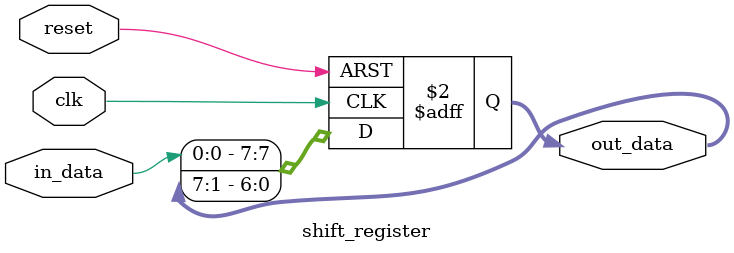
<source format=sv>
`timescale 1ns / 1ps

module button_detector #(
    parameter int DIV = 2    // 샘플 간격: 매 DIV개의 fclk마다 1틱 샘플(1이면 매 프레임)
)(
    input  logic fclk,        // ← 여기로 fclk 연결
    input  logic reset,
    input  logic in_button,
    output logic rising_edge
);
    // 분주 → 1틱 샘플 펄스
    logic        sample_pulse;
    logic [7:0]  div_counter; // DIV가 작으니 8비트면 충분

    always_ff @(posedge fclk or posedge reset) begin
        if (reset) begin
            div_counter  <= '0;
            sample_pulse <= 1'b0;
        end else begin
            if (div_counter == DIV-1) begin
                div_counter  <= '0;
                sample_pulse <= 1'b1;
            end else begin
                div_counter  <= div_counter + 1;
                sample_pulse <= 1'b0;
            end
        end
    end

    // 8탭 쉬프트(디바운스용) — 기존 모듈 그대로 사용
    logic [7:0] sh_reg;
    shift_register U_Shift_Register (
        .clk     (sample_pulse), // 1틱 펄스를 클럭으로 사용(원래 구조 유지)
        .reset   (reset),
        .in_data (in_button),
        .out_data(sh_reg)
    );

    // 8샘플 모두 1일 때 눌림 확정
    wire debounce = &sh_reg;

    // 에지 검출은 fclk 도메인에서 1틱 펄스
    logic [1:0] edge_reg;
    always_ff @(posedge fclk or posedge reset) begin
        if (reset) edge_reg <= '0;
        else begin
            edge_reg[0] <= debounce;
            edge_reg[1] <= edge_reg[0];
        end
    end

    assign rising_edge = edge_reg[0] & ~edge_reg[1];

endmodule




module shift_register (
    input  logic       clk,
    input  logic       reset,
    input  logic       in_data,
    output logic [7:0] out_data
);
    always_ff @(posedge clk, posedge reset) begin
        if (reset) begin
            out_data <= 0;
        end else begin
            out_data <= {in_data, out_data[7:1]};  // right shift
            //out_data <= {out_data[6:0], in_data}; // left shift
        end
    end
endmodule

</source>
